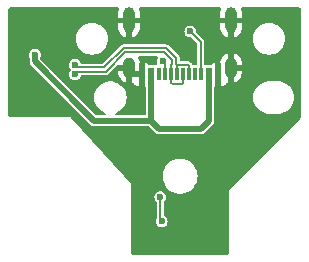
<source format=gbr>
%TF.GenerationSoftware,KiCad,Pcbnew,8.0.1*%
%TF.CreationDate,2024-03-21T19:57:27-04:00*%
%TF.ProjectId,030-011-v2,3033302d-3031-4312-9d76-322e6b696361,rev?*%
%TF.SameCoordinates,Original*%
%TF.FileFunction,Copper,L2,Bot*%
%TF.FilePolarity,Positive*%
%FSLAX46Y46*%
G04 Gerber Fmt 4.6, Leading zero omitted, Abs format (unit mm)*
G04 Created by KiCad (PCBNEW 8.0.1) date 2024-03-21 19:57:27*
%MOMM*%
%LPD*%
G01*
G04 APERTURE LIST*
%TA.AperFunction,SMDPad,CuDef*%
%ADD10R,0.600000X1.140000*%
%TD*%
%TA.AperFunction,SMDPad,CuDef*%
%ADD11R,0.300000X1.140000*%
%TD*%
%TA.AperFunction,ComponentPad*%
%ADD12O,1.000000X2.200000*%
%TD*%
%TA.AperFunction,ComponentPad*%
%ADD13O,1.000000X1.800000*%
%TD*%
%TA.AperFunction,ViaPad*%
%ADD14C,0.600000*%
%TD*%
%TA.AperFunction,Conductor*%
%ADD15C,0.200000*%
%TD*%
%TA.AperFunction,Conductor*%
%ADD16C,0.500000*%
%TD*%
%TA.AperFunction,Conductor*%
%ADD17C,0.180000*%
%TD*%
G04 APERTURE END LIST*
D10*
%TO.P,J4,A1,GND*%
%TO.N,GND*%
X106986000Y-35083800D03*
%TO.P,J4,A4,VBUS*%
%TO.N,+5V*%
X107786000Y-35083800D03*
D11*
%TO.P,J4,A5,CC1*%
%TO.N,Net-(J4-CC1)*%
X108986000Y-35083800D03*
%TO.P,J4,A6,D+*%
%TO.N,USBD+*%
X109986000Y-35083800D03*
%TO.P,J4,A7,D-*%
%TO.N,USBD-*%
X110486000Y-35083800D03*
%TO.P,J4,A8,SBU1*%
%TO.N,unconnected-(J4-SBU1-PadA8)*%
X111486000Y-35083800D03*
D10*
%TO.P,J4,A9,VBUS*%
%TO.N,+5V*%
X112686000Y-35083800D03*
%TO.P,J4,A12,GND*%
%TO.N,GND*%
X113486000Y-35083800D03*
%TO.P,J4,B1,GND*%
X113486000Y-35083800D03*
%TO.P,J4,B4,VBUS*%
%TO.N,+5V*%
X112686000Y-35083800D03*
D11*
%TO.P,J4,B5,CC2*%
%TO.N,Net-(J4-CC2)*%
X111986000Y-35083800D03*
%TO.P,J4,B6,D+*%
%TO.N,USBD+*%
X110986000Y-35083800D03*
%TO.P,J4,B7,D-*%
%TO.N,USBD-*%
X109486000Y-35083800D03*
%TO.P,J4,B8,SBU2*%
%TO.N,unconnected-(J4-SBU2-PadB8)*%
X108486000Y-35083800D03*
D10*
%TO.P,J4,B9,VBUS*%
%TO.N,+5V*%
X107786000Y-35083800D03*
%TO.P,J4,B12,GND*%
%TO.N,GND*%
X106986000Y-35083800D03*
D12*
%TO.P,J4,S1,SHIELD*%
X105916000Y-30513800D03*
D13*
X105916000Y-34513800D03*
D12*
X114556000Y-30513800D03*
D13*
X114556000Y-34513800D03*
%TD*%
D14*
%TO.N,GND*%
X97282000Y-31750000D03*
X106934000Y-49784000D03*
X113030000Y-32512000D03*
X115062000Y-38862000D03*
X97536000Y-35560000D03*
X107696000Y-32004000D03*
X111760000Y-47244000D03*
X106172000Y-40386000D03*
X116332000Y-34544000D03*
X100330000Y-30988000D03*
X110744000Y-32766000D03*
%TO.N,Net-(J4-CC2)*%
X111099600Y-31445200D03*
%TO.N,Net-(J4-CC1)*%
X108762800Y-33985200D03*
%TO.N,ANODE*%
X108559600Y-45466000D03*
X108686600Y-47523400D03*
%TO.N,+5V*%
X97942400Y-33426400D03*
%TO.N,USBD+*%
X101340534Y-34271000D03*
%TO.N,USBD-*%
X101340534Y-35071000D03*
%TD*%
D15*
%TO.N,Net-(J4-CC2)*%
X111986000Y-32331600D02*
X111099600Y-31445200D01*
X111986000Y-35083800D02*
X111986000Y-32331600D01*
%TO.N,Net-(J4-CC1)*%
X108986000Y-35083800D02*
X108986000Y-34208400D01*
X108986000Y-34208400D02*
X108762800Y-33985200D01*
%TO.N,ANODE*%
X108559600Y-47396400D02*
X108686600Y-47523400D01*
X108559600Y-45466000D02*
X108559600Y-47396400D01*
D16*
%TO.N,+5V*%
X107786000Y-39002800D02*
X102960000Y-39002800D01*
X112014000Y-39674800D02*
X108458000Y-39674800D01*
X102108000Y-38150800D02*
X97942400Y-33985200D01*
X112686000Y-39002800D02*
X112014000Y-39674800D01*
X97942400Y-33985200D02*
X97942400Y-33426400D01*
X112686000Y-35083800D02*
X112686000Y-39002800D01*
X107786000Y-39002800D02*
X107786000Y-35083800D01*
X108458000Y-39674800D02*
X107786000Y-39002800D01*
X102960000Y-39002800D02*
X102108000Y-38150800D01*
D17*
%TO.N,USBD+*%
X109044702Y-32830000D02*
X105458298Y-32830000D01*
X105458298Y-32830000D02*
X103807298Y-34481000D01*
X109986000Y-35083800D02*
X109986000Y-34333800D01*
X109986000Y-34228799D02*
X109926000Y-34168799D01*
X101550534Y-34481000D02*
X101340534Y-34271000D01*
X103807298Y-34481000D02*
X101550534Y-34481000D01*
X109926000Y-33711298D02*
X109044702Y-32830000D01*
X109986000Y-34333800D02*
X110046000Y-34273800D01*
X109986000Y-35083800D02*
X109986000Y-34228799D01*
X109926000Y-34168799D02*
X109926000Y-33711298D01*
X110986000Y-34333800D02*
X110986000Y-35083800D01*
X110046000Y-34273800D02*
X110926000Y-34273800D01*
X110926000Y-34273800D02*
X110986000Y-34333800D01*
%TO.N,USBD-*%
X110426000Y-35893800D02*
X110486000Y-35833800D01*
X101550534Y-34861000D02*
X101340534Y-35071000D01*
X109546000Y-34168799D02*
X109546000Y-33868702D01*
X105615702Y-33210000D02*
X103964702Y-34861000D01*
X103964702Y-34861000D02*
X101550534Y-34861000D01*
X110486000Y-35833800D02*
X110486000Y-35083800D01*
X108887298Y-33210000D02*
X105615702Y-33210000D01*
X109546000Y-33868702D02*
X108887298Y-33210000D01*
X109486000Y-35783800D02*
X109596000Y-35893800D01*
X109486000Y-34228799D02*
X109546000Y-34168799D01*
X109486000Y-35083800D02*
X109486000Y-34228799D01*
X109596000Y-35893800D02*
X110426000Y-35893800D01*
X109486000Y-35083800D02*
X109486000Y-35783800D01*
%TD*%
%TA.AperFunction,Conductor*%
%TO.N,GND*%
G36*
X105031780Y-29430185D02*
G01*
X105077535Y-29482989D01*
X105087479Y-29552147D01*
X105079302Y-29581952D01*
X105050587Y-29651275D01*
X105050584Y-29651287D01*
X105016000Y-29825153D01*
X105016000Y-30263800D01*
X105616000Y-30263800D01*
X105616000Y-30763800D01*
X105016000Y-30763800D01*
X105016000Y-31202446D01*
X105050584Y-31376312D01*
X105050586Y-31376320D01*
X105118428Y-31540107D01*
X105118433Y-31540116D01*
X105216923Y-31687516D01*
X105216926Y-31687520D01*
X105342279Y-31812873D01*
X105342283Y-31812876D01*
X105489683Y-31911366D01*
X105489693Y-31911371D01*
X105653476Y-31979212D01*
X105653483Y-31979215D01*
X105666000Y-31981704D01*
X105666000Y-31280788D01*
X105675940Y-31298005D01*
X105731795Y-31353860D01*
X105800204Y-31393356D01*
X105876504Y-31413800D01*
X105955496Y-31413800D01*
X106031796Y-31393356D01*
X106100205Y-31353860D01*
X106156060Y-31298005D01*
X106166000Y-31280788D01*
X106166000Y-31981703D01*
X106178516Y-31979215D01*
X106178523Y-31979212D01*
X106342306Y-31911371D01*
X106342316Y-31911366D01*
X106489716Y-31812876D01*
X106489720Y-31812873D01*
X106615073Y-31687520D01*
X106615076Y-31687516D01*
X106713566Y-31540116D01*
X106713571Y-31540107D01*
X106781413Y-31376320D01*
X106781415Y-31376312D01*
X106815999Y-31202446D01*
X106816000Y-31202443D01*
X106816000Y-30763800D01*
X106216000Y-30763800D01*
X106216000Y-30263800D01*
X106816000Y-30263800D01*
X106816000Y-29825157D01*
X106815999Y-29825153D01*
X106781415Y-29651287D01*
X106781412Y-29651275D01*
X106752698Y-29581952D01*
X106745229Y-29512483D01*
X106776504Y-29450004D01*
X106836594Y-29414352D01*
X106867259Y-29410500D01*
X113604741Y-29410500D01*
X113671780Y-29430185D01*
X113717535Y-29482989D01*
X113727479Y-29552147D01*
X113719302Y-29581952D01*
X113690587Y-29651275D01*
X113690584Y-29651287D01*
X113656000Y-29825153D01*
X113656000Y-30263800D01*
X114256000Y-30263800D01*
X114256000Y-30763800D01*
X113656000Y-30763800D01*
X113656000Y-31202446D01*
X113690584Y-31376312D01*
X113690586Y-31376320D01*
X113758428Y-31540107D01*
X113758433Y-31540116D01*
X113856923Y-31687516D01*
X113856926Y-31687520D01*
X113982279Y-31812873D01*
X113982283Y-31812876D01*
X114129683Y-31911366D01*
X114129693Y-31911371D01*
X114293476Y-31979212D01*
X114293483Y-31979215D01*
X114306000Y-31981704D01*
X114306000Y-31280788D01*
X114315940Y-31298005D01*
X114371795Y-31353860D01*
X114440204Y-31393356D01*
X114516504Y-31413800D01*
X114595496Y-31413800D01*
X114671796Y-31393356D01*
X114740205Y-31353860D01*
X114796060Y-31298005D01*
X114806000Y-31280788D01*
X114806000Y-31981703D01*
X114818516Y-31979215D01*
X114818523Y-31979212D01*
X114982306Y-31911371D01*
X114982316Y-31911366D01*
X115129716Y-31812876D01*
X115129720Y-31812873D01*
X115255073Y-31687520D01*
X115255076Y-31687516D01*
X115353566Y-31540116D01*
X115353571Y-31540107D01*
X115421413Y-31376320D01*
X115421415Y-31376312D01*
X115455999Y-31202446D01*
X115456000Y-31202443D01*
X115456000Y-30763800D01*
X114856000Y-30763800D01*
X114856000Y-30263800D01*
X115456000Y-30263800D01*
X115456000Y-29825157D01*
X115455999Y-29825153D01*
X115421415Y-29651287D01*
X115421412Y-29651275D01*
X115392698Y-29581952D01*
X115385229Y-29512483D01*
X115416504Y-29450004D01*
X115476594Y-29414352D01*
X115507259Y-29410500D01*
X120325500Y-29410500D01*
X120392539Y-29430185D01*
X120438294Y-29482989D01*
X120449500Y-29534500D01*
X120449500Y-38727588D01*
X120429815Y-38794627D01*
X120413181Y-38815269D01*
X114384025Y-44844424D01*
X114384024Y-44844425D01*
X114353500Y-44918116D01*
X114353500Y-50221500D01*
X114333815Y-50288539D01*
X114281011Y-50334294D01*
X114229500Y-50345500D01*
X106242500Y-50345500D01*
X106175461Y-50325815D01*
X106129706Y-50273011D01*
X106118500Y-50221500D01*
X106118500Y-45466000D01*
X108053953Y-45466000D01*
X108074434Y-45608456D01*
X108134222Y-45739371D01*
X108134223Y-45739373D01*
X108228472Y-45848143D01*
X108228475Y-45848144D01*
X108228813Y-45848535D01*
X108257838Y-45912091D01*
X108259100Y-45929738D01*
X108259100Y-47227700D01*
X108247895Y-47279211D01*
X108201434Y-47380945D01*
X108201434Y-47380947D01*
X108180953Y-47523400D01*
X108201434Y-47665856D01*
X108261222Y-47796771D01*
X108261223Y-47796773D01*
X108355472Y-47905543D01*
X108476547Y-47983353D01*
X108476550Y-47983354D01*
X108476549Y-47983354D01*
X108614636Y-48023899D01*
X108614638Y-48023900D01*
X108614639Y-48023900D01*
X108758562Y-48023900D01*
X108758562Y-48023899D01*
X108896653Y-47983353D01*
X109017728Y-47905543D01*
X109111977Y-47796773D01*
X109171765Y-47665857D01*
X109192247Y-47523400D01*
X109171765Y-47380943D01*
X109111977Y-47250027D01*
X109017728Y-47141257D01*
X109017725Y-47141255D01*
X109017726Y-47141255D01*
X108917060Y-47076561D01*
X108871306Y-47023757D01*
X108860100Y-46972246D01*
X108860100Y-45929738D01*
X108879785Y-45862699D01*
X108890387Y-45848535D01*
X108890724Y-45848144D01*
X108890728Y-45848143D01*
X108984977Y-45739373D01*
X109044765Y-45608457D01*
X109065247Y-45466000D01*
X109044765Y-45323543D01*
X108984977Y-45192627D01*
X108890728Y-45083857D01*
X108769653Y-45006047D01*
X108769651Y-45006046D01*
X108769649Y-45006045D01*
X108769650Y-45006045D01*
X108631563Y-44965500D01*
X108631561Y-44965500D01*
X108487639Y-44965500D01*
X108487636Y-44965500D01*
X108349549Y-45006045D01*
X108228473Y-45083856D01*
X108134223Y-45192626D01*
X108134222Y-45192628D01*
X108074434Y-45323543D01*
X108053953Y-45466000D01*
X106118500Y-45466000D01*
X106118500Y-44457726D01*
X106118640Y-44451830D01*
X106120170Y-44419700D01*
X106120169Y-44419696D01*
X106119869Y-44417690D01*
X106119765Y-44416296D01*
X106119271Y-44413461D01*
X106118894Y-44412103D01*
X106118500Y-44410121D01*
X106118500Y-44410118D01*
X106106183Y-44380384D01*
X106104067Y-44374907D01*
X106093186Y-44344639D01*
X106093184Y-44344637D01*
X106092143Y-44342904D01*
X106091512Y-44341652D01*
X106089964Y-44339212D01*
X106089096Y-44338102D01*
X106087977Y-44336427D01*
X106087976Y-44336426D01*
X106065226Y-44313676D01*
X106061174Y-44309426D01*
X105679573Y-43889665D01*
X105500087Y-43692231D01*
X108755443Y-43692231D01*
X108775634Y-43935909D01*
X108775636Y-43935921D01*
X108835663Y-44172960D01*
X108933888Y-44396892D01*
X109067632Y-44601604D01*
X109233242Y-44781503D01*
X109233252Y-44781512D01*
X109408763Y-44918118D01*
X109426212Y-44931699D01*
X109641267Y-45048081D01*
X109641270Y-45048082D01*
X109872541Y-45127477D01*
X109872543Y-45127477D01*
X109872545Y-45127478D01*
X110113737Y-45167726D01*
X110113738Y-45167726D01*
X110358262Y-45167726D01*
X110358263Y-45167726D01*
X110599455Y-45127478D01*
X110830733Y-45048081D01*
X111045788Y-44931699D01*
X111238754Y-44781507D01*
X111404368Y-44601603D01*
X111538111Y-44396893D01*
X111636336Y-44172962D01*
X111696364Y-43935918D01*
X111716557Y-43692226D01*
X111696364Y-43448534D01*
X111636336Y-43211490D01*
X111538111Y-42987559D01*
X111525555Y-42968340D01*
X111404367Y-42782847D01*
X111238757Y-42602948D01*
X111238747Y-42602939D01*
X111045791Y-42452755D01*
X111045787Y-42452752D01*
X110830734Y-42336371D01*
X110830729Y-42336369D01*
X110599458Y-42256974D01*
X110418561Y-42226788D01*
X110358263Y-42216726D01*
X110113737Y-42216726D01*
X110065498Y-42224775D01*
X109872541Y-42256974D01*
X109641270Y-42336369D01*
X109641265Y-42336371D01*
X109426212Y-42452752D01*
X109426208Y-42452755D01*
X109233252Y-42602939D01*
X109233242Y-42602948D01*
X109067632Y-42782847D01*
X108933888Y-42987559D01*
X108835663Y-43211491D01*
X108775636Y-43448530D01*
X108775634Y-43448542D01*
X108755443Y-43692220D01*
X108755443Y-43692231D01*
X105500087Y-43692231D01*
X101020453Y-38764635D01*
X101009098Y-38750106D01*
X101007975Y-38748425D01*
X101000808Y-38741258D01*
X100985211Y-38725661D01*
X100981160Y-38721412D01*
X100959531Y-38697620D01*
X100957902Y-38696416D01*
X100956826Y-38695489D01*
X100954492Y-38693848D01*
X100953270Y-38693157D01*
X100951576Y-38692025D01*
X100951574Y-38692024D01*
X100921840Y-38679707D01*
X100916468Y-38677330D01*
X100887375Y-38663624D01*
X100885413Y-38663136D01*
X100884080Y-38662696D01*
X100881269Y-38662067D01*
X100879882Y-38661897D01*
X100877886Y-38661500D01*
X100877882Y-38661500D01*
X100845728Y-38661500D01*
X100839830Y-38661360D01*
X100807698Y-38659829D01*
X100805697Y-38660130D01*
X100787315Y-38661500D01*
X95828500Y-38661500D01*
X95761461Y-38641815D01*
X95715706Y-38589011D01*
X95704500Y-38537500D01*
X95704500Y-33426400D01*
X97436753Y-33426400D01*
X97457234Y-33568853D01*
X97457234Y-33568854D01*
X97457234Y-33568855D01*
X97457235Y-33568857D01*
X97480694Y-33620225D01*
X97491900Y-33671735D01*
X97491900Y-34044509D01*
X97511236Y-34116670D01*
X97511235Y-34116670D01*
X97511236Y-34116672D01*
X97522599Y-34159083D01*
X97522600Y-34159085D01*
X97522601Y-34159087D01*
X97581911Y-34261814D01*
X101747511Y-38427414D01*
X102683386Y-39363289D01*
X102786113Y-39422599D01*
X102810321Y-39429084D01*
X102810324Y-39429086D01*
X102810325Y-39429086D01*
X102840447Y-39437157D01*
X102900691Y-39453300D01*
X107548035Y-39453300D01*
X107615074Y-39472985D01*
X107635716Y-39489619D01*
X108181387Y-40035290D01*
X108181389Y-40035291D01*
X108181393Y-40035294D01*
X108284107Y-40094595D01*
X108284114Y-40094599D01*
X108398691Y-40125300D01*
X108398694Y-40125300D01*
X112073308Y-40125300D01*
X112073309Y-40125300D01*
X112163673Y-40101086D01*
X112187887Y-40094599D01*
X112290614Y-40035289D01*
X113046490Y-39279413D01*
X113105799Y-39176686D01*
X113136500Y-39062109D01*
X113136500Y-37033205D01*
X116431608Y-37033205D01*
X116450341Y-37259282D01*
X116506033Y-37479205D01*
X116597162Y-37686959D01*
X116672737Y-37802634D01*
X116721243Y-37876878D01*
X116874891Y-38043784D01*
X117053916Y-38183125D01*
X117253434Y-38291099D01*
X117253437Y-38291100D01*
X117467999Y-38364759D01*
X117468001Y-38364759D01*
X117468003Y-38364760D01*
X117691770Y-38402100D01*
X117691771Y-38402100D01*
X118629829Y-38402100D01*
X118629830Y-38402100D01*
X118853597Y-38364760D01*
X119068166Y-38291099D01*
X119267684Y-38183125D01*
X119446709Y-38043784D01*
X119600357Y-37876878D01*
X119724438Y-37686958D01*
X119815567Y-37479205D01*
X119871258Y-37259286D01*
X119884162Y-37103561D01*
X119889992Y-37033205D01*
X119889992Y-37033194D01*
X119871258Y-36807117D01*
X119871258Y-36807114D01*
X119815567Y-36587195D01*
X119724438Y-36379442D01*
X119600357Y-36189522D01*
X119446709Y-36022616D01*
X119267684Y-35883275D01*
X119267682Y-35883274D01*
X119267681Y-35883273D01*
X119068167Y-35775301D01*
X119068162Y-35775299D01*
X118853600Y-35701640D01*
X118685250Y-35673548D01*
X118629830Y-35664300D01*
X118556282Y-35664300D01*
X117845082Y-35664300D01*
X117805200Y-35664300D01*
X117691770Y-35664300D01*
X117647016Y-35671768D01*
X117467999Y-35701640D01*
X117253437Y-35775299D01*
X117253432Y-35775301D01*
X117053918Y-35883273D01*
X116874892Y-36022615D01*
X116721244Y-36189520D01*
X116721241Y-36189524D01*
X116597162Y-36379440D01*
X116506033Y-36587194D01*
X116450341Y-36807117D01*
X116431608Y-37033194D01*
X116431608Y-37033205D01*
X113136500Y-37033205D01*
X113136500Y-36177798D01*
X113156185Y-36110759D01*
X113208989Y-36065004D01*
X113229189Y-36060609D01*
X113236000Y-36053798D01*
X113236000Y-35333800D01*
X113222819Y-35320619D01*
X113189334Y-35259296D01*
X113186500Y-35232938D01*
X113186500Y-34934662D01*
X113206185Y-34867623D01*
X113222819Y-34846981D01*
X113236000Y-34833800D01*
X113236000Y-34113800D01*
X113235999Y-34113799D01*
X113154521Y-34113800D01*
X113060849Y-34128635D01*
X113060844Y-34128637D01*
X112947958Y-34186156D01*
X112947949Y-34186163D01*
X112857132Y-34276981D01*
X112795809Y-34310466D01*
X112769451Y-34313300D01*
X112410500Y-34313300D01*
X112343461Y-34293615D01*
X112297706Y-34240811D01*
X112286500Y-34189300D01*
X112286500Y-34070800D01*
X113656000Y-34070800D01*
X113674290Y-34089090D01*
X113679039Y-34090485D01*
X113724794Y-34143289D01*
X113736000Y-34194800D01*
X113736000Y-36053799D01*
X113817479Y-36053799D01*
X113911149Y-36038964D01*
X113911155Y-36038962D01*
X114024041Y-35981443D01*
X114024050Y-35981436D01*
X114113636Y-35891850D01*
X114113641Y-35891843D01*
X114140330Y-35839464D01*
X114188304Y-35788667D01*
X114256125Y-35771872D01*
X114287246Y-35778768D01*
X114287648Y-35777445D01*
X114293483Y-35779215D01*
X114306000Y-35781704D01*
X114306000Y-35080788D01*
X114315940Y-35098005D01*
X114371795Y-35153860D01*
X114440204Y-35193356D01*
X114516504Y-35213800D01*
X114595496Y-35213800D01*
X114671796Y-35193356D01*
X114740205Y-35153860D01*
X114796060Y-35098005D01*
X114806000Y-35080788D01*
X114806000Y-35781703D01*
X114818516Y-35779215D01*
X114818523Y-35779212D01*
X114982306Y-35711371D01*
X114982316Y-35711366D01*
X115129716Y-35612876D01*
X115129720Y-35612873D01*
X115255073Y-35487520D01*
X115255076Y-35487516D01*
X115353566Y-35340116D01*
X115353571Y-35340107D01*
X115421413Y-35176320D01*
X115421415Y-35176312D01*
X115455999Y-35002446D01*
X115456000Y-35002443D01*
X115456000Y-34763800D01*
X114856000Y-34763800D01*
X114856000Y-34263800D01*
X115456000Y-34263800D01*
X115456000Y-34025157D01*
X115455999Y-34025153D01*
X115421415Y-33851287D01*
X115421413Y-33851279D01*
X115353571Y-33687492D01*
X115353566Y-33687483D01*
X115255076Y-33540083D01*
X115255073Y-33540079D01*
X115129720Y-33414726D01*
X115129716Y-33414723D01*
X114982316Y-33316233D01*
X114982307Y-33316228D01*
X114818519Y-33248385D01*
X114806000Y-33245894D01*
X114806000Y-33946811D01*
X114796060Y-33929595D01*
X114740205Y-33873740D01*
X114671796Y-33834244D01*
X114595496Y-33813800D01*
X114516504Y-33813800D01*
X114440204Y-33834244D01*
X114371795Y-33873740D01*
X114315940Y-33929595D01*
X114306000Y-33946811D01*
X114306000Y-33245895D01*
X114305999Y-33245894D01*
X114293480Y-33248385D01*
X114129692Y-33316228D01*
X114129683Y-33316233D01*
X113982283Y-33414723D01*
X113982279Y-33414726D01*
X113856926Y-33540079D01*
X113856923Y-33540083D01*
X113758433Y-33687483D01*
X113758428Y-33687492D01*
X113690586Y-33851279D01*
X113690584Y-33851287D01*
X113656000Y-34025153D01*
X113656000Y-34070800D01*
X112286500Y-34070800D01*
X112286500Y-32292039D01*
X112286011Y-32290213D01*
X112266021Y-32215611D01*
X112266017Y-32215604D01*
X112226464Y-32147095D01*
X112226458Y-32147087D01*
X112134171Y-32054800D01*
X116398741Y-32054800D01*
X116419336Y-32290203D01*
X116419338Y-32290213D01*
X116480494Y-32518455D01*
X116480496Y-32518459D01*
X116480497Y-32518463D01*
X116577366Y-32726198D01*
X116580365Y-32732630D01*
X116580367Y-32732634D01*
X116658543Y-32844280D01*
X116715905Y-32926201D01*
X116882999Y-33093295D01*
X116979784Y-33161065D01*
X117076565Y-33228832D01*
X117076567Y-33228833D01*
X117076570Y-33228835D01*
X117290737Y-33328703D01*
X117518992Y-33389863D01*
X117707318Y-33406339D01*
X117754399Y-33410459D01*
X117754400Y-33410459D01*
X117754401Y-33410459D01*
X117793634Y-33407026D01*
X117989808Y-33389863D01*
X118218063Y-33328703D01*
X118432230Y-33228835D01*
X118625801Y-33093295D01*
X118792895Y-32926201D01*
X118928435Y-32732630D01*
X119028303Y-32518463D01*
X119089463Y-32290208D01*
X119110059Y-32054800D01*
X119089463Y-31819392D01*
X119028303Y-31591137D01*
X118928435Y-31376971D01*
X118927980Y-31376320D01*
X118792894Y-31183397D01*
X118625802Y-31016306D01*
X118625795Y-31016301D01*
X118432234Y-30880767D01*
X118432230Y-30880765D01*
X118432228Y-30880764D01*
X118218063Y-30780897D01*
X118218059Y-30780896D01*
X118218055Y-30780894D01*
X117989813Y-30719738D01*
X117989803Y-30719736D01*
X117754401Y-30699141D01*
X117754399Y-30699141D01*
X117518996Y-30719736D01*
X117518986Y-30719738D01*
X117290744Y-30780894D01*
X117290735Y-30780898D01*
X117076571Y-30880764D01*
X117076569Y-30880765D01*
X116882997Y-31016305D01*
X116715905Y-31183397D01*
X116580365Y-31376969D01*
X116580364Y-31376971D01*
X116480498Y-31591135D01*
X116480494Y-31591144D01*
X116419338Y-31819386D01*
X116419336Y-31819396D01*
X116398741Y-32054799D01*
X116398741Y-32054800D01*
X112134171Y-32054800D01*
X111638995Y-31559624D01*
X111605510Y-31498301D01*
X111603939Y-31454294D01*
X111605247Y-31445200D01*
X111584765Y-31302743D01*
X111524977Y-31171827D01*
X111430728Y-31063057D01*
X111309653Y-30985247D01*
X111309651Y-30985246D01*
X111309649Y-30985245D01*
X111309650Y-30985245D01*
X111171563Y-30944700D01*
X111171561Y-30944700D01*
X111027639Y-30944700D01*
X111027636Y-30944700D01*
X110889549Y-30985245D01*
X110768473Y-31063056D01*
X110674223Y-31171826D01*
X110674222Y-31171828D01*
X110614434Y-31302743D01*
X110593953Y-31445200D01*
X110614434Y-31587656D01*
X110674222Y-31718571D01*
X110674223Y-31718573D01*
X110768472Y-31827343D01*
X110889547Y-31905153D01*
X110889550Y-31905154D01*
X110889549Y-31905154D01*
X110996707Y-31936617D01*
X111024880Y-31944890D01*
X111027636Y-31945699D01*
X111027638Y-31945700D01*
X111123767Y-31945700D01*
X111190806Y-31965385D01*
X111211448Y-31982019D01*
X111649181Y-32419752D01*
X111682666Y-32481075D01*
X111685500Y-32507433D01*
X111685500Y-34189300D01*
X111665815Y-34256339D01*
X111613011Y-34302094D01*
X111561500Y-34313300D01*
X111376403Y-34313300D01*
X111309364Y-34293615D01*
X111263609Y-34240811D01*
X111256889Y-34222121D01*
X111256703Y-34221671D01*
X111238706Y-34190500D01*
X111218458Y-34155429D01*
X111164371Y-34101342D01*
X111104371Y-34041342D01*
X111071250Y-34022219D01*
X111038130Y-34003097D01*
X111001187Y-33993198D01*
X110964245Y-33983300D01*
X110964244Y-33983300D01*
X110340500Y-33983300D01*
X110273461Y-33963615D01*
X110227706Y-33910811D01*
X110216500Y-33859300D01*
X110216500Y-33673055D01*
X110216500Y-33673053D01*
X110196703Y-33599169D01*
X110158458Y-33532927D01*
X110104371Y-33478840D01*
X109223073Y-32597542D01*
X109189952Y-32578419D01*
X109156832Y-32559297D01*
X109119889Y-32549398D01*
X109082947Y-32539500D01*
X105420053Y-32539500D01*
X105346167Y-32559297D01*
X105306303Y-32582314D01*
X105306302Y-32582314D01*
X105279930Y-32597539D01*
X105279925Y-32597543D01*
X103723288Y-34154181D01*
X103661965Y-34187666D01*
X103635607Y-34190500D01*
X101933684Y-34190500D01*
X101866645Y-34170815D01*
X101820890Y-34118012D01*
X101795214Y-34061793D01*
X101765911Y-33997627D01*
X101671662Y-33888857D01*
X101550587Y-33811047D01*
X101550585Y-33811046D01*
X101550583Y-33811045D01*
X101550584Y-33811045D01*
X101412497Y-33770500D01*
X101412495Y-33770500D01*
X101268573Y-33770500D01*
X101268570Y-33770500D01*
X101130483Y-33811045D01*
X101009407Y-33888856D01*
X100915157Y-33997626D01*
X100915156Y-33997628D01*
X100855368Y-34128543D01*
X100834887Y-34271000D01*
X100855368Y-34413456D01*
X100915156Y-34544371D01*
X100915159Y-34544377D01*
X100954517Y-34589798D01*
X100983542Y-34653353D01*
X100973598Y-34722512D01*
X100954517Y-34752202D01*
X100915159Y-34797622D01*
X100915156Y-34797628D01*
X100855368Y-34928543D01*
X100834887Y-35071000D01*
X100855368Y-35213456D01*
X100876303Y-35259296D01*
X100915157Y-35344373D01*
X101009406Y-35453143D01*
X101130481Y-35530953D01*
X101130484Y-35530954D01*
X101130483Y-35530954D01*
X101268570Y-35571499D01*
X101268572Y-35571500D01*
X101268573Y-35571500D01*
X101412496Y-35571500D01*
X101412496Y-35571499D01*
X101550587Y-35530953D01*
X101671662Y-35453143D01*
X101765911Y-35344373D01*
X101804765Y-35259296D01*
X101820890Y-35223988D01*
X101866645Y-35171184D01*
X101933684Y-35151500D01*
X104002945Y-35151500D01*
X104002947Y-35151500D01*
X104076831Y-35131703D01*
X104143073Y-35093458D01*
X104936412Y-34300119D01*
X104997735Y-34266634D01*
X105024093Y-34263800D01*
X105616000Y-34263800D01*
X105616000Y-34763800D01*
X105016000Y-34763800D01*
X105016000Y-35002446D01*
X105050584Y-35176312D01*
X105050586Y-35176320D01*
X105118428Y-35340107D01*
X105118433Y-35340116D01*
X105216923Y-35487516D01*
X105216926Y-35487520D01*
X105342279Y-35612873D01*
X105342283Y-35612876D01*
X105489683Y-35711366D01*
X105489693Y-35711371D01*
X105653476Y-35779212D01*
X105653483Y-35779215D01*
X105666000Y-35781704D01*
X105666000Y-35080788D01*
X105675940Y-35098005D01*
X105731795Y-35153860D01*
X105800204Y-35193356D01*
X105876504Y-35213800D01*
X105955496Y-35213800D01*
X106031796Y-35193356D01*
X106100205Y-35153860D01*
X106156060Y-35098005D01*
X106166000Y-35080788D01*
X106166000Y-35781703D01*
X106178516Y-35779215D01*
X106184352Y-35777445D01*
X106185126Y-35779997D01*
X106243069Y-35773705D01*
X106305582Y-35804912D01*
X106331668Y-35839462D01*
X106358358Y-35891843D01*
X106358363Y-35891850D01*
X106447949Y-35981436D01*
X106447953Y-35981439D01*
X106560855Y-36038966D01*
X106654514Y-36053799D01*
X106735999Y-36053798D01*
X106736000Y-36053798D01*
X106736000Y-35333800D01*
X106367000Y-35333800D01*
X106299961Y-35314115D01*
X106254206Y-35261311D01*
X106243000Y-35209800D01*
X106243000Y-34957800D01*
X106262685Y-34890761D01*
X106315489Y-34845006D01*
X106367000Y-34833800D01*
X106736000Y-34833800D01*
X106736000Y-34194800D01*
X106755685Y-34127761D01*
X106780809Y-34105990D01*
X106816000Y-34070800D01*
X106816000Y-34025157D01*
X106815999Y-34025153D01*
X106781415Y-33851287D01*
X106781413Y-33851279D01*
X106713567Y-33687483D01*
X106711144Y-33682949D01*
X106696904Y-33614546D01*
X106721907Y-33549303D01*
X106778213Y-33507935D01*
X106820504Y-33500500D01*
X108249017Y-33500500D01*
X108316056Y-33520185D01*
X108361811Y-33572989D01*
X108371755Y-33642147D01*
X108342730Y-33705701D01*
X108342729Y-33705704D01*
X108337423Y-33711827D01*
X108337422Y-33711828D01*
X108277634Y-33842743D01*
X108257153Y-33985200D01*
X108277634Y-34127654D01*
X108277634Y-34127655D01*
X108277635Y-34127657D01*
X108287408Y-34149057D01*
X108297352Y-34218214D01*
X108268328Y-34281770D01*
X108209550Y-34319545D01*
X108150424Y-34322186D01*
X108105748Y-34313300D01*
X107702549Y-34313300D01*
X107635510Y-34293615D01*
X107614868Y-34276981D01*
X107524050Y-34186163D01*
X107524046Y-34186160D01*
X107411144Y-34128633D01*
X107317486Y-34113800D01*
X107236000Y-34113800D01*
X107236000Y-36053799D01*
X107246184Y-36063983D01*
X107278539Y-36073484D01*
X107324294Y-36126288D01*
X107335500Y-36177799D01*
X107335500Y-38428300D01*
X107315815Y-38495339D01*
X107263011Y-38541094D01*
X107211500Y-38552300D01*
X104877204Y-38552300D01*
X104810165Y-38532615D01*
X104764410Y-38479811D01*
X104754466Y-38410653D01*
X104783491Y-38347097D01*
X104836941Y-38311019D01*
X104854572Y-38304966D01*
X104894966Y-38291099D01*
X105094484Y-38183125D01*
X105273509Y-38043784D01*
X105427157Y-37876878D01*
X105551238Y-37686958D01*
X105642367Y-37479205D01*
X105698058Y-37259286D01*
X105710962Y-37103561D01*
X105716792Y-37033205D01*
X105716792Y-37033194D01*
X105698058Y-36807117D01*
X105698058Y-36807114D01*
X105642367Y-36587195D01*
X105551238Y-36379442D01*
X105427157Y-36189522D01*
X105273509Y-36022616D01*
X105094484Y-35883275D01*
X105094482Y-35883274D01*
X105094481Y-35883273D01*
X104894967Y-35775301D01*
X104894962Y-35775299D01*
X104680400Y-35701640D01*
X104512050Y-35673548D01*
X104456630Y-35664300D01*
X104229770Y-35664300D01*
X104185016Y-35671768D01*
X104005999Y-35701640D01*
X103791437Y-35775299D01*
X103791432Y-35775301D01*
X103591918Y-35883273D01*
X103412892Y-36022615D01*
X103259244Y-36189520D01*
X103259241Y-36189524D01*
X103135162Y-36379440D01*
X103044033Y-36587194D01*
X102988341Y-36807117D01*
X102969608Y-37033194D01*
X102969608Y-37033205D01*
X102988341Y-37259282D01*
X103044033Y-37479205D01*
X103135162Y-37686959D01*
X103210737Y-37802634D01*
X103259243Y-37876878D01*
X103412891Y-38043784D01*
X103591916Y-38183125D01*
X103791434Y-38291099D01*
X103791437Y-38291100D01*
X103849459Y-38311019D01*
X103906474Y-38351404D01*
X103932605Y-38416204D01*
X103919554Y-38484844D01*
X103871465Y-38535531D01*
X103809196Y-38552300D01*
X103197965Y-38552300D01*
X103130926Y-38532615D01*
X103110284Y-38515981D01*
X98429219Y-33834916D01*
X98395734Y-33773593D01*
X98392900Y-33747235D01*
X98392900Y-33671735D01*
X98404105Y-33620225D01*
X98427565Y-33568857D01*
X98448047Y-33426400D01*
X98427565Y-33283943D01*
X98367777Y-33153027D01*
X98273528Y-33044257D01*
X98152453Y-32966447D01*
X98152451Y-32966446D01*
X98152449Y-32966445D01*
X98152450Y-32966445D01*
X98014363Y-32925900D01*
X98014361Y-32925900D01*
X97870439Y-32925900D01*
X97870436Y-32925900D01*
X97732349Y-32966445D01*
X97611273Y-33044256D01*
X97517023Y-33153026D01*
X97517022Y-33153028D01*
X97457234Y-33283943D01*
X97436753Y-33426400D01*
X95704500Y-33426400D01*
X95704500Y-32054800D01*
X101412741Y-32054800D01*
X101433336Y-32290203D01*
X101433338Y-32290213D01*
X101494494Y-32518455D01*
X101494496Y-32518459D01*
X101494497Y-32518463D01*
X101591366Y-32726198D01*
X101594365Y-32732630D01*
X101594367Y-32732634D01*
X101672543Y-32844280D01*
X101729905Y-32926201D01*
X101896999Y-33093295D01*
X101993784Y-33161065D01*
X102090565Y-33228832D01*
X102090567Y-33228833D01*
X102090570Y-33228835D01*
X102304737Y-33328703D01*
X102532992Y-33389863D01*
X102721318Y-33406339D01*
X102768399Y-33410459D01*
X102768400Y-33410459D01*
X102768401Y-33410459D01*
X102807634Y-33407026D01*
X103003808Y-33389863D01*
X103232063Y-33328703D01*
X103446230Y-33228835D01*
X103639801Y-33093295D01*
X103806895Y-32926201D01*
X103942435Y-32732630D01*
X104042303Y-32518463D01*
X104103463Y-32290208D01*
X104124059Y-32054800D01*
X104103463Y-31819392D01*
X104042303Y-31591137D01*
X103942435Y-31376971D01*
X103941980Y-31376320D01*
X103806894Y-31183397D01*
X103639802Y-31016306D01*
X103639795Y-31016301D01*
X103446234Y-30880767D01*
X103446230Y-30880765D01*
X103446228Y-30880764D01*
X103232063Y-30780897D01*
X103232059Y-30780896D01*
X103232055Y-30780894D01*
X103003813Y-30719738D01*
X103003803Y-30719736D01*
X102768401Y-30699141D01*
X102768399Y-30699141D01*
X102532996Y-30719736D01*
X102532986Y-30719738D01*
X102304744Y-30780894D01*
X102304735Y-30780898D01*
X102090571Y-30880764D01*
X102090569Y-30880765D01*
X101896997Y-31016305D01*
X101729905Y-31183397D01*
X101594365Y-31376969D01*
X101594364Y-31376971D01*
X101494498Y-31591135D01*
X101494494Y-31591144D01*
X101433338Y-31819386D01*
X101433336Y-31819396D01*
X101412741Y-32054799D01*
X101412741Y-32054800D01*
X95704500Y-32054800D01*
X95704500Y-29534500D01*
X95724185Y-29467461D01*
X95776989Y-29421706D01*
X95828500Y-29410500D01*
X104964741Y-29410500D01*
X105031780Y-29430185D01*
G37*
%TD.AperFunction*%
%TD*%
M02*

</source>
